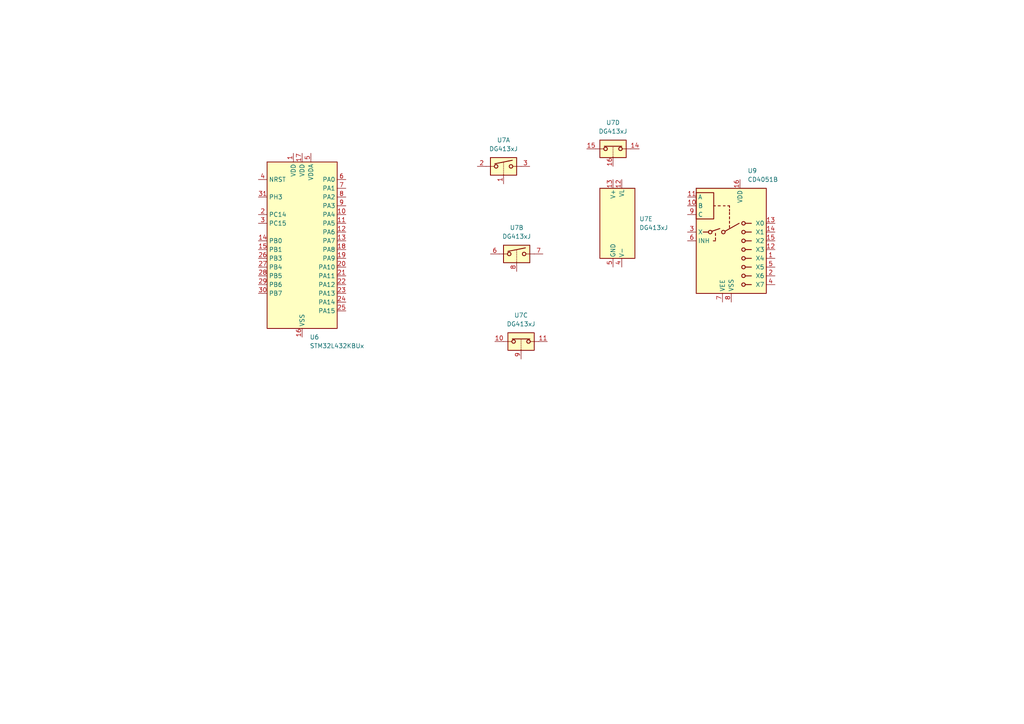
<source format=kicad_sch>
(kicad_sch (version 20231120) (generator "eeschema") (generator_version "8.0")
  (paper "A4")
  (lib_symbols
    (symbol "Analog_Switch:CD4051B"
      (property "Reference" "U" (at -10.16 16.51 0))
      (property "Value" "CD4051B" (at 3.81 16.51 0))
      (symbol "CD4051B_0_1"
        (rectangle (start -10.16 6.35) (end -5.08 13.97) (stroke (width 0.254)))
        (rectangle (start -10.16 15.24) (end 10.16 -15.24) (stroke (width 0.254)) (fill (type background)))
        (circle (center -6.096 2.54) (radius 0.508) (stroke (width 0.254)))
        (circle (center -2.286 2.54) (radius 0.508) (stroke (width 0.254)))
        (polyline (pts (xy -8.128 2.54) (xy -6.604 2.54)) (stroke (width 0.254)))
        (polyline (pts (xy -5.588 2.794) (xy -3.302 3.556)) (stroke (width 0.254)))
        (polyline (pts (xy -4.572 0) (xy -5.207 0)) (stroke (width 0.254)))
        (polyline (pts (xy -4.572 0.254) (xy -4.572 0.889)) (stroke (width 0.254)))
        (polyline (pts (xy -4.572 1.524) (xy -4.572 2.159)) (stroke (width 0.254)))
        (polyline (pts (xy -4.572 10.16) (xy -5.08 10.16)) (stroke (width 0.254)))
        (polyline (pts (xy -3.81 10.16) (xy -3.175 10.16)) (stroke (width 0.254)))
        (polyline (pts (xy -1.778 2.794) (xy 2.286 5.08)) (stroke (width 0.254)))
        (polyline (pts (xy -1.778 10.16) (xy -2.286 10.16)) (stroke (width 0.254)))
        (polyline (pts (xy -0.508 3.81) (xy -0.508 4.445)) (stroke (width 0.254)))
        (polyline (pts (xy -0.508 5.08) (xy -0.508 5.715)) (stroke (width 0.254)))
        (polyline (pts (xy -0.508 6.35) (xy -0.508 6.985)) (stroke (width 0.254)))
        (polyline (pts (xy -0.508 7.62) (xy -0.508 8.255)) (stroke (width 0.254)))
        (polyline (pts (xy -0.508 8.636) (xy -0.508 9.144)) (stroke (width 0.254)))
        (polyline (pts (xy -0.508 9.652) (xy -0.508 10.16)) (stroke (width 0.254)))
        (polyline (pts (xy -0.508 10.16) (xy -1.016 10.16)) (stroke (width 0.254)))
        (polyline (pts (xy 4.064 -12.7) (xy 5.842 -12.7)) (stroke (width 0.254)))
        (polyline (pts (xy 4.064 -10.16) (xy 5.842 -10.16)) (stroke (width 0.254)))
        (polyline (pts (xy 4.064 -7.62) (xy 5.842 -7.62)) (stroke (width 0.254)))
        (polyline (pts (xy 4.064 -5.08) (xy 5.842 -5.08)) (stroke (width 0.254)))
        (polyline (pts (xy 4.064 -2.54) (xy 5.842 -2.54)) (stroke (width 0.254)))
        (polyline (pts (xy 4.064 0) (xy 5.842 0)) (stroke (width 0.254)))
        (polyline (pts (xy 4.064 2.54) (xy 5.842 2.54)) (stroke (width 0.254)))
        (polyline (pts (xy 4.064 5.08) (xy 5.842 5.08)) (stroke (width 0.254)))
        (circle (center 3.556 -12.7) (radius 0.508) (stroke (width 0.254)))
        (circle (center 3.556 -10.16) (radius 0.508) (stroke (width 0.254)))
        (circle (center 3.556 -7.62) (radius 0.508) (stroke (width 0.254)))
        (circle (center 3.556 -5.08) (radius 0.508) (stroke (width 0.254)))
        (circle (center 3.556 -2.54) (radius 0.508) (stroke (width 0.254)))
        (circle (center 3.556 0) (radius 0.508) (stroke (width 0.254)))
        (circle (center 3.556 2.54) (radius 0.508) (stroke (width 0.254)))
        (circle (center 3.556 5.08) (radius 0.508) (stroke (width 0.254)))
      )
      (symbol "CD4051B_1_1"
        (pin bidirectional line (at 12.7 -5.08 180) (length 2.54) (name "X4") (number "1"))
        (pin input line (at -12.7 10.16 0) (length 2.54) (name "B") (number "10"))
        (pin input line (at -12.7 12.7 0) (length 2.54) (name "A") (number "11"))
        (pin bidirectional line (at 12.7 -2.54 180) (length 2.54) (name "X3") (number "12"))
        (pin bidirectional line (at 12.7 5.08 180) (length 2.54) (name "X0") (number "13"))
        (pin bidirectional line (at 12.7 2.54 180) (length 2.54) (name "X1") (number "14"))
        (pin bidirectional line (at 12.7 0 180) (length 2.54) (name "X2") (number "15"))
        (pin power_in line (at 2.54 17.78 270) (length 2.54) (name "VDD") (number "16"))
        (pin bidirectional line (at 12.7 -10.16 180) (length 2.54) (name "X6") (number "2"))
        (pin bidirectional line (at -12.7 2.54 0) (length 2.54) (name "X") (number "3"))
        (pin bidirectional line (at 12.7 -12.7 180) (length 2.54) (name "X7") (number "4"))
        (pin bidirectional line (at 12.7 -7.62 180) (length 2.54) (name "X5") (number "5"))
        (pin input line (at -12.7 0 0) (length 2.54) (name "INH") (number "6"))
        (pin power_in line (at -2.54 -17.78 90) (length 2.54) (name "VEE") (number "7"))
        (pin power_in line (at 0 -17.78 90) (length 2.54) (name "VSS") (number "8"))
        (pin input line (at -12.7 7.62 0) (length 2.54) (name "C") (number "9"))
      )
    )
    (symbol "Analog_Switch:DG413xJ" (pin_names (offset 0.254))
      (property "Reference" "U" (at -3.175 5.334 0))
      (property "Value" "DG413xJ" (at -3.175 3.556 0))
      (symbol "DG413xJ_1_1"
        (rectangle (start -3.81 2.54) (end 3.81 -2.54) (stroke (width 0.254)) (fill (type background)))
        (circle (center -2.159 0) (radius 0.508) (stroke (width 0.254)))
        (polyline (pts (xy -5.08 0) (xy -2.794 0)))
        (polyline (pts (xy -2.54 0.762) (xy 2.54 1.778)) (stroke (width 0.254)))
        (polyline (pts (xy 0 -2.54) (xy 0 -2.032)))
        (polyline (pts (xy 0 -1.778) (xy 0 -1.524)))
        (polyline (pts (xy 0 -1.27) (xy 0 -1.016)))
        (polyline (pts (xy 0 -0.762) (xy 0 -0.508)))
        (polyline (pts (xy 0 -0.254) (xy 0 0)))
        (polyline (pts (xy 0 0.254) (xy 0 0.508)))
        (polyline (pts (xy 0 0.762) (xy 0 1.016)))
        (polyline (pts (xy 5.08 0) (xy 2.794 0)))
        (circle (center 2.159 0) (radius 0.508) (stroke (width 0.254)))
        (pin input line (at 0 -5.08 90) (length 2.54) (name "~") (number "1"))
        (pin passive line (at -7.62 0 0) (length 2.54) (name "~") (number "2"))
        (pin passive line (at 7.62 0 180) (length 2.54) (name "~") (number "3"))
      )
      (symbol "DG413xJ_2_1"
        (rectangle (start -3.81 2.54) (end 3.81 -2.54) (stroke (width 0.254)) (fill (type background)))
        (circle (center -2.159 0) (radius 0.508) (stroke (width 0.254)))
        (polyline (pts (xy -5.08 0) (xy -2.794 0)))
        (polyline (pts (xy -2.54 0.762) (xy 2.54 1.778)) (stroke (width 0.254)))
        (polyline (pts (xy 0 -2.54) (xy 0 -2.032)))
        (polyline (pts (xy 0 -1.778) (xy 0 -1.524)))
        (polyline (pts (xy 0 -1.27) (xy 0 -1.016)))
        (polyline (pts (xy 0 -0.762) (xy 0 -0.508)))
        (polyline (pts (xy 0 -0.254) (xy 0 0)))
        (polyline (pts (xy 0 0.254) (xy 0 0.508)))
        (polyline (pts (xy 0 0.762) (xy 0 1.016)))
        (polyline (pts (xy 5.08 0) (xy 2.794 0)))
        (circle (center 2.159 0) (radius 0.508) (stroke (width 0.254)))
        (pin passive line (at -7.62 0 0) (length 2.54) (name "~") (number "6"))
        (pin passive line (at 7.62 0 180) (length 2.54) (name "~") (number "7"))
        (pin input line (at 0 -5.08 90) (length 2.54) (name "~") (number "8"))
      )
      (symbol "DG413xJ_3_1"
        (rectangle (start -3.81 2.54) (end 3.81 -2.54) (stroke (width 0.254)) (fill (type background)))
        (circle (center -2.159 0) (radius 0.508) (stroke (width 0.254)))
        (polyline (pts (xy -5.08 0) (xy -2.794 0)))
        (polyline (pts (xy -2.54 0.762) (xy 2.54 0.762)) (stroke (width 0.254)))
        (polyline (pts (xy 0 -2.54) (xy 0 -2.032)))
        (polyline (pts (xy 0 -1.778) (xy 0 -1.524)))
        (polyline (pts (xy 0 -1.27) (xy 0 -1.016)))
        (polyline (pts (xy 0 -0.762) (xy 0 -0.508)))
        (polyline (pts (xy 0 -0.254) (xy 0 0)))
        (polyline (pts (xy 0 0.254) (xy 0 0.508)))
        (polyline (pts (xy 5.08 0) (xy 2.794 0)))
        (circle (center 2.159 0) (radius 0.508) (stroke (width 0.254)))
        (pin passive line (at -7.62 0 0) (length 2.54) (name "~") (number "10"))
        (pin passive line (at 7.62 0 180) (length 2.54) (name "~") (number "11"))
        (pin input line (at 0 -5.08 90) (length 2.54) (name "~") (number "9"))
      )
      (symbol "DG413xJ_4_1"
        (rectangle (start -3.81 2.54) (end 3.81 -2.54) (stroke (width 0.254)) (fill (type background)))
        (circle (center -2.159 0) (radius 0.508) (stroke (width 0.254)))
        (polyline (pts (xy -5.08 0) (xy -2.794 0)))
        (polyline (pts (xy -2.54 0.762) (xy 2.54 0.762)) (stroke (width 0.254)))
        (polyline (pts (xy 0 -2.54) (xy 0 -2.032)))
        (polyline (pts (xy 0 -1.778) (xy 0 -1.524)))
        (polyline (pts (xy 0 -1.27) (xy 0 -1.016)))
        (polyline (pts (xy 0 -0.762) (xy 0 -0.508)))
        (polyline (pts (xy 0 -0.254) (xy 0 0)))
        (polyline (pts (xy 0 0.254) (xy 0 0.508)))
        (polyline (pts (xy 5.08 0) (xy 2.794 0)))
        (circle (center 2.159 0) (radius 0.508) (stroke (width 0.254)))
        (pin passive line (at 7.62 0 180) (length 2.54) (name "~") (number "14"))
        (pin passive line (at -7.62 0 0) (length 2.54) (name "~") (number "15"))
        (pin input line (at 0 -5.08 90) (length 2.54) (name "~") (number "16"))
      )
      (symbol "DG413xJ_5_0"
        (pin power_in line (at 2.54 12.7 270) (length 2.54) (name "VL") (number "12"))
        (pin power_in line (at 0 12.7 270) (length 2.54) (name "V+") (number "13"))
        (pin power_in line (at 2.54 -12.7 90) (length 2.54) (name "V-") (number "4"))
        (pin power_in line (at 0 -12.7 90) (length 2.54) (name "GND") (number "5"))
      )
      (symbol "DG413xJ_5_1"
        (rectangle (start -3.81 10.16) (end 6.35 -10.16) (stroke (width 0.254)) (fill (type background)))
      )
    )
    (symbol "MCU_ST_STM32L4:STM32L432KBUx"
      (property "Reference" "U" (at -10.16 26.67 0))
      (property "Value" "STM32L432KBUx" (at 5.08 26.67 0))
      (symbol "STM32L432KBUx_0_1"
        (rectangle (start -10.16 -22.86) (end 10.16 25.4) (stroke (width 0.254)) (fill (type background)))
      )
      (symbol "STM32L432KBUx_1_1"
        (pin power_in line (at -2.54 27.94 270) (length 2.54) (name "VDD") (number "1"))
        (pin bidirectional line (at 12.7 10.16 180) (length 2.54) (name "PA4") (number "10"))
        (pin bidirectional line (at 12.7 7.62 180) (length 2.54) (name "PA5") (number "11"))
        (pin bidirectional line (at 12.7 5.08 180) (length 2.54) (name "PA6") (number "12"))
        (pin bidirectional line (at 12.7 2.54 180) (length 2.54) (name "PA7") (number "13"))
        (pin bidirectional line (at -12.7 2.54 0) (length 2.54) (name "PB0") (number "14"))
        (pin bidirectional line (at -12.7 0 0) (length 2.54) (name "PB1") (number "15"))
        (pin power_in line (at 0 -25.4 90) (length 2.54) (name "VSS") (number "16"))
        (pin power_in line (at 0 27.94 270) (length 2.54) (name "VDD") (number "17"))
        (pin bidirectional line (at 12.7 0 180) (length 2.54) (name "PA8") (number "18"))
        (pin bidirectional line (at 12.7 -2.54 180) (length 2.54) (name "PA9") (number "19"))
        (pin bidirectional line (at -12.7 10.16 0) (length 2.54) (name "PC14") (number "2"))
        (pin bidirectional line (at 12.7 -5.08 180) (length 2.54) (name "PA10") (number "20"))
        (pin bidirectional line (at 12.7 -7.62 180) (length 2.54) (name "PA11") (number "21"))
        (pin bidirectional line (at 12.7 -10.16 180) (length 2.54) (name "PA12") (number "22"))
        (pin bidirectional line (at 12.7 -12.7 180) (length 2.54) (name "PA13") (number "23"))
        (pin bidirectional line (at 12.7 -15.24 180) (length 2.54) (name "PA14") (number "24"))
        (pin bidirectional line (at 12.7 -17.78 180) (length 2.54) (name "PA15") (number "25"))
        (pin bidirectional line (at -12.7 -2.54 0) (length 2.54) (name "PB3") (number "26"))
        (pin bidirectional line (at -12.7 -5.08 0) (length 2.54) (name "PB4") (number "27"))
        (pin bidirectional line (at -12.7 -7.62 0) (length 2.54) (name "PB5") (number "28"))
        (pin bidirectional line (at -12.7 -10.16 0) (length 2.54) (name "PB6") (number "29"))
        (pin bidirectional line (at -12.7 7.62 0) (length 2.54) (name "PC15") (number "3"))
        (pin bidirectional line (at -12.7 -12.7 0) (length 2.54) (name "PB7") (number "30"))
        (pin bidirectional line (at -12.7 15.24 0) (length 2.54) (name "PH3") (number "31"))
        (pin passive line (at 0 -25.4 90) (length 2.54) hide (name "VSS") (number "32"))
        (pin passive line (at 0 -25.4 90) (length 2.54) hide (name "VSS") (number "33"))
        (pin input line (at -12.7 20.32 0) (length 2.54) (name "NRST") (number "4"))
        (pin power_in line (at 2.54 27.94 270) (length 2.54) (name "VDDA") (number "5"))
        (pin bidirectional line (at 12.7 20.32 180) (length 2.54) (name "PA0") (number "6"))
        (pin bidirectional line (at 12.7 17.78 180) (length 2.54) (name "PA1") (number "7"))
        (pin bidirectional line (at 12.7 15.24 180) (length 2.54) (name "PA2") (number "8"))
        (pin bidirectional line (at 12.7 12.7 180) (length 2.54) (name "PA3") (number "9"))
      )
    )
  )
  (symbol (lib_id "Analog_Switch:DG413xJ") (at 177.8 64.77 0) (unit 5)
    (property "Reference" "U7" (at 185.42 63.4999 0) (effects (justify left)))
    (property "Value" "DG413xJ" (at 185.42 66.0399 0) (effects (justify left)))
    (property "Footprint" "Package_DIP:DIP-16_W7.62mm" (effects (hide yes)))
    (property "Datasheet" "https://datasheets.maximintegrated.com/en/ds/DG411-DG413.pdf" (effects (hide yes)))
    (property "Description" "Quad SPST Monolithic CMOS Analog Switches, normally 2xON + 2xOFF, 17Ohm Ron, DIP-16" (effects (hide yes)))
  )
  (symbol (lib_id "Analog_Switch:CD4051B") (at 212.09 69.85 0) (unit 1)
    (property "Reference" "U9" (at 216.8241 49.53 0) (effects (justify left)))
    (property "Value" "CD4051B" (at 216.8241 52.07 0) (effects (justify left)))
    (property "Datasheet" "http://www.ti.com/lit/ds/symlink/cd4052b.pdf" (effects (hide yes)))
    (property "Description" "CMOS single 8-channel analog multiplexer demultiplexer, TSSOP-16/DIP-16/SOIC-16" (effects (hide yes)))
  )
  (symbol (lib_id "Analog_Switch:DG413xJ") (at 151.13 99.06 0) (unit 3)
    (property "Reference" "U7" (at 151.13 91.44 0))
    (property "Value" "DG413xJ" (at 151.13 93.98 0))
    (property "Footprint" "Package_DIP:DIP-16_W7.62mm" (effects (hide yes)))
    (property "Datasheet" "https://datasheets.maximintegrated.com/en/ds/DG411-DG413.pdf" (effects (hide yes)))
    (property "Description" "Quad SPST Monolithic CMOS Analog Switches, normally 2xON + 2xOFF, 17Ohm Ron, DIP-16" (effects (hide yes)))
  )
  (symbol (lib_id "MCU_ST_STM32L4:STM32L432KBUx") (at 87.63 72.39 0) (unit 1)
    (property "Reference" "U6" (at 89.8241 97.79 0) (effects (justify left)))
    (property "Value" "STM32L432KBUx" (at 89.8241 100.33 0) (effects (justify left)))
    (property "Footprint" "Package_DFN_QFN:QFN-32-1EP_5x5mm_P0.5mm_EP3.45x3.45mm" (effects (hide yes)))
    (property "Datasheet" "https://www.st.com/resource/en/datasheet/stm32l432kb.pdf" (effects (hide yes)))
    (property "Description" "STMicroelectronics Arm Cortex-M4 MCU, 128KB flash, 64KB RAM, 80 MHz, 1.71-3.6V, 26 GPIO, UFQFPN32" (effects (hide yes)))
  )
  (symbol (lib_id "Analog_Switch:DG413xJ") (at 177.8 43.18 0) (unit 4)
    (property "Reference" "U7" (at 177.8 35.56 0))
    (property "Value" "DG413xJ" (at 177.8 38.1 0))
    (property "Footprint" "Package_DIP:DIP-16_W7.62mm" (effects (hide yes)))
    (property "Datasheet" "https://datasheets.maximintegrated.com/en/ds/DG411-DG413.pdf" (effects (hide yes)))
    (property "Description" "Quad SPST Monolithic CMOS Analog Switches, normally 2xON + 2xOFF, 17Ohm Ron, DIP-16" (effects (hide yes)))
  )
  (symbol (lib_id "Analog_Switch:DG413xJ") (at 149.86 73.66 0) (unit 2)
    (property "Reference" "U7" (at 149.86 66.04 0))
    (property "Value" "DG413xJ" (at 149.86 68.58 0))
    (property "Footprint" "Package_DIP:DIP-16_W7.62mm" (effects (hide yes)))
    (property "Datasheet" "https://datasheets.maximintegrated.com/en/ds/DG411-DG413.pdf" (effects (hide yes)))
    (property "Description" "Quad SPST Monolithic CMOS Analog Switches, normally 2xON + 2xOFF, 17Ohm Ron, DIP-16" (effects (hide yes)))
  )
  (symbol (lib_id "Analog_Switch:DG413xJ") (at 146.05 48.26 0) (unit 1)
    (property "Reference" "U7" (at 146.05 40.64 0))
    (property "Value" "DG413xJ" (at 146.05 43.18 0))
    (property "Footprint" "Package_DIP:DIP-16_W7.62mm" (effects (hide yes)))
    (property "Datasheet" "https://datasheets.maximintegrated.com/en/ds/DG411-DG413.pdf" (effects (hide yes)))
    (property "Description" "Quad SPST Monolithic CMOS Analog Switches, normally 2xON + 2xOFF, 17Ohm Ron, DIP-16" (effects (hide yes)))
  )
)
</source>
